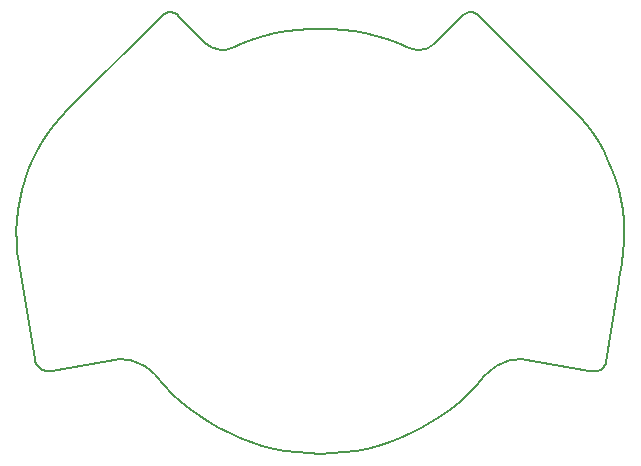
<source format=gm1>
%TF.GenerationSoftware,KiCad,Pcbnew,(6.0.1)*%
%TF.CreationDate,2022-01-25T15:54:23+01:00*%
%TF.ProjectId,v0_miniAB_batboard,76305f6d-696e-4694-9142-5f626174626f,rev?*%
%TF.SameCoordinates,Original*%
%TF.FileFunction,Profile,NP*%
%FSLAX46Y46*%
G04 Gerber Fmt 4.6, Leading zero omitted, Abs format (unit mm)*
G04 Created by KiCad (PCBNEW (6.0.1)) date 2022-01-25 15:54:23*
%MOMM*%
%LPD*%
G01*
G04 APERTURE LIST*
%TA.AperFunction,Profile*%
%ADD10C,0.200000*%
%TD*%
G04 APERTURE END LIST*
D10*
X103911834Y-82401619D02*
X102969028Y-82224177D01*
X76387470Y-110771757D02*
X76438805Y-110808068D01*
X94258689Y-117017922D02*
X95199036Y-117312793D01*
X87714623Y-80667351D02*
X87668519Y-80652479D01*
X87934038Y-80776032D02*
X87891932Y-80749720D01*
X95199036Y-117312793D02*
X96156164Y-117556207D01*
X108467920Y-83797836D02*
X108317883Y-83796620D01*
X123672433Y-110947499D02*
X123715290Y-110929890D01*
X124311699Y-110196069D02*
X125311699Y-103996049D01*
X76125924Y-92387387D02*
X75735343Y-93179196D01*
X76338283Y-110733051D02*
X76387470Y-110771757D01*
X86887103Y-112207131D02*
X87584675Y-112921856D01*
X114808568Y-110705064D02*
X114631489Y-110834710D01*
X97254377Y-82224177D02*
X96311571Y-82401619D01*
X97128034Y-117747203D02*
X98112606Y-117884818D01*
X113336302Y-112207131D02*
X113996705Y-111450563D01*
X76717191Y-110947090D02*
X76776111Y-110966029D01*
X121453301Y-88810670D02*
X121453301Y-88810670D01*
X74419896Y-98278155D02*
X74513166Y-97398027D01*
X85231309Y-110585571D02*
X85414835Y-110705064D01*
X86676705Y-80904161D02*
X78770104Y-88810670D01*
X88053599Y-80868696D02*
X88014960Y-80835520D01*
X123206200Y-111011369D02*
X123255021Y-111014816D01*
X76896252Y-110994865D02*
X76957239Y-111004716D01*
X121453301Y-88810670D02*
X113546700Y-80904161D01*
X86226700Y-111450563D02*
X86079939Y-111282436D01*
X92070000Y-83784082D02*
X91606143Y-83787844D01*
X96311571Y-82401619D02*
X95377026Y-82629759D01*
X124191743Y-110507235D02*
X124214592Y-110466205D01*
X124167148Y-110547009D02*
X124191743Y-110507235D01*
X122646359Y-90155980D02*
X122071917Y-89467610D01*
X109194801Y-83638145D02*
X109054678Y-83691796D01*
X92436491Y-116277653D02*
X93337160Y-116672554D01*
X75923983Y-110057742D02*
X75939319Y-110118431D01*
X87192806Y-80629599D02*
X87145724Y-80639895D01*
X112289367Y-80776032D02*
X112331473Y-80749720D01*
X122971970Y-111009095D02*
X122925435Y-111003294D01*
X76246617Y-110648863D02*
X76291311Y-110692053D01*
X112208445Y-80835520D02*
X112169806Y-80868696D01*
X87335831Y-80612439D02*
X87287949Y-80615871D01*
X87527360Y-80621591D02*
X87479655Y-80615871D01*
X86792531Y-80804632D02*
X86752649Y-80835520D01*
X115376675Y-110377902D02*
X115181614Y-110476446D01*
X124083470Y-110658353D02*
X124112952Y-110622611D01*
X125768083Y-100951163D02*
X125833149Y-100056951D01*
X112169806Y-80868696D02*
X112132500Y-80904161D01*
X123159327Y-111014485D02*
X123206200Y-111011369D01*
X77328595Y-110998499D02*
X77390297Y-110986367D01*
X123065513Y-111015357D02*
X123018681Y-111013116D01*
X122833108Y-110986367D02*
X117082306Y-109996064D01*
X74574608Y-101845613D02*
X74574608Y-101845613D01*
X100111702Y-81996038D02*
X99156507Y-82021386D01*
X77266643Y-111007424D02*
X77328595Y-110998499D01*
X77142458Y-111015740D02*
X77204558Y-111013163D01*
X102110799Y-117884818D02*
X103095371Y-117747203D01*
X85231309Y-110585571D02*
X85041788Y-110476446D01*
X123351610Y-111014849D02*
X123399261Y-111011522D01*
X76563546Y-91618097D02*
X77047492Y-90873552D01*
X85414835Y-110705064D02*
X85591914Y-110834710D01*
X105024369Y-117312793D02*
X105964716Y-117017922D01*
X103095371Y-117747203D02*
X104067241Y-117556207D01*
X100111702Y-117996064D02*
X100111702Y-117996064D01*
X87099086Y-80652479D02*
X87052982Y-80667351D01*
X123538929Y-110988691D02*
X123584194Y-110976943D01*
X87760106Y-80684511D02*
X87714623Y-80667351D01*
X112935456Y-80615871D02*
X112983161Y-80621591D01*
X124020033Y-110725500D02*
X124052477Y-110692664D01*
X85041788Y-110476446D02*
X84846726Y-110377902D01*
X87479655Y-80615871D02*
X87431773Y-80612439D01*
X76776111Y-110966029D02*
X76835837Y-110981961D01*
X124311699Y-110196069D02*
X124311699Y-110196069D01*
X108018300Y-83760103D02*
X107870042Y-83724569D01*
X102020028Y-82097433D02*
X101066898Y-82021386D01*
X109331009Y-83573869D02*
X109194801Y-83638145D01*
X123914578Y-110814728D02*
X123951024Y-110786576D01*
X117082306Y-109996064D02*
X117082306Y-109996064D01*
X75939319Y-110118431D02*
X75957648Y-110178030D01*
X123584194Y-110976943D02*
X123628715Y-110963197D01*
X123255021Y-111014816D02*
X123303510Y-111015961D01*
X112248328Y-80804632D02*
X112208445Y-80835520D01*
X76491929Y-110841708D02*
X76546448Y-110872453D01*
X125368950Y-103617122D02*
X125395429Y-103427350D01*
X76003030Y-110293561D02*
X76029951Y-110349291D01*
X125803509Y-98278155D02*
X125710238Y-97398027D01*
X117082306Y-109996064D02*
X117082306Y-109996064D01*
X76835837Y-110981961D02*
X76896252Y-110994865D01*
X74390259Y-100056951D02*
X74378688Y-99165206D01*
X86833569Y-80776032D02*
X86792531Y-80804632D01*
X106886245Y-116672554D02*
X107786914Y-116277653D01*
X124235635Y-110423962D02*
X124254814Y-110380549D01*
X86875674Y-80749720D02*
X86833569Y-80776032D01*
X83804150Y-110051361D02*
X83585353Y-110020783D01*
X75957648Y-110178030D02*
X75978907Y-110236440D01*
X124287340Y-110290387D02*
X124300570Y-110243726D01*
X86676705Y-80904161D02*
X86676705Y-80904161D01*
X89880020Y-114805355D02*
X90705881Y-115343092D01*
X124097480Y-92387387D02*
X123659858Y-91618097D01*
X114631489Y-110834710D02*
X114461311Y-110974296D01*
X107723665Y-83677361D02*
X107651382Y-83649343D01*
X93337160Y-116672554D02*
X94258689Y-117017922D01*
X117082306Y-109996064D02*
X117082306Y-109996064D01*
X94452806Y-82908596D02*
X93540976Y-83238131D01*
X88014960Y-80835520D02*
X87975076Y-80804632D01*
X85591914Y-110834710D02*
X85762094Y-110974296D01*
X87804878Y-80703959D02*
X87760106Y-80684511D01*
X86226700Y-111450563D02*
X86226700Y-111450563D01*
X74574608Y-101845613D02*
X75911706Y-109996064D01*
X112839603Y-80611295D02*
X112887574Y-80612439D01*
X109767612Y-83266926D02*
X109709705Y-83318466D01*
X87007499Y-80684511D02*
X86962728Y-80703959D01*
X86714010Y-80868696D02*
X86676705Y-80904161D01*
X75911706Y-109996064D02*
X75923983Y-110057742D01*
X125125227Y-94821454D02*
X124830882Y-93991294D01*
X87145724Y-80639895D02*
X87099086Y-80652479D01*
X76164326Y-110556304D02*
X76204267Y-110603580D01*
X116638052Y-110020783D02*
X116859221Y-110002280D01*
X116638045Y-110020783D02*
X116419248Y-110051361D01*
X115781610Y-110213409D02*
X115576825Y-110290152D01*
X76204267Y-110603580D02*
X76246617Y-110648863D01*
X123399261Y-111011522D02*
X123446404Y-111006025D01*
X105770599Y-82908596D02*
X104846379Y-82629759D01*
X112554886Y-80652479D02*
X112601525Y-80639895D01*
X112508782Y-80667351D02*
X112463299Y-80684511D01*
X125420502Y-103237382D02*
X125420502Y-103237382D01*
X98203377Y-82097433D02*
X97254377Y-82224177D01*
X78151488Y-89467610D02*
X78770104Y-88810670D01*
X125311699Y-103996049D02*
X125341047Y-103806691D01*
X76291311Y-110692053D02*
X76338283Y-110733051D01*
X87891932Y-80749720D02*
X87848849Y-80725696D01*
X113470756Y-80835520D02*
X113509395Y-80868696D01*
X84020124Y-110093800D02*
X84232822Y-110147888D01*
X95377026Y-82629759D02*
X94452806Y-82908596D01*
X113170423Y-80667351D02*
X113215906Y-80684511D01*
X122879130Y-110995718D02*
X122833108Y-110986367D01*
X123951024Y-110786576D02*
X123986195Y-110756819D01*
X76602242Y-110900279D02*
X76659196Y-110925166D01*
X112648607Y-80629599D02*
X112696045Y-80621591D01*
X87052982Y-80667351D02*
X87007499Y-80684511D01*
X123876916Y-110841232D02*
X123914578Y-110814728D01*
X123446404Y-111006025D02*
X123492979Y-110998400D01*
X108617262Y-83787844D02*
X108467920Y-83797836D01*
X112508782Y-80667351D02*
X112554886Y-80652479D01*
X114461311Y-110974296D02*
X114298485Y-111123609D01*
X112289367Y-80776032D02*
X112248328Y-80804632D01*
X87848849Y-80725696D02*
X87804878Y-80703959D01*
X87383802Y-80611295D02*
X87335831Y-80612439D01*
X75978907Y-110236440D02*
X76003030Y-110293561D01*
X76438805Y-110808068D02*
X76491929Y-110841708D01*
X124052477Y-110692664D02*
X124083470Y-110658353D01*
X109462658Y-83499086D02*
X109331009Y-83573869D01*
X125420502Y-103237382D02*
X125648804Y-101845613D01*
X104846379Y-82629759D02*
X103911834Y-82401619D01*
X84020124Y-110093800D02*
X83804150Y-110051361D01*
X87287949Y-80615871D02*
X87240244Y-80621591D01*
X93540976Y-83238131D02*
X92643601Y-83618364D01*
X102969028Y-82224177D02*
X102020028Y-82097433D01*
X87574798Y-80629599D02*
X87527360Y-80621591D01*
X101115563Y-117968093D02*
X102110799Y-117884818D01*
X75392521Y-93991294D02*
X75098176Y-94821454D01*
X76126859Y-110507138D02*
X76164326Y-110556304D01*
X75735343Y-93179196D02*
X75392521Y-93991294D01*
X124272068Y-110336009D02*
X124287340Y-110290387D01*
X113304648Y-80725696D02*
X113347731Y-80749720D01*
X83585353Y-110020783D02*
X83364184Y-110002280D01*
X125833149Y-100056951D02*
X125844718Y-99165206D01*
X96156164Y-117556207D02*
X97128034Y-117747203D01*
X125311699Y-103996049D02*
X125311699Y-103996049D01*
X111906027Y-113593776D02*
X112638730Y-112921856D01*
X74574608Y-101845613D02*
X74455327Y-100951163D01*
X115990577Y-110147888D02*
X115781610Y-110213409D01*
X113260677Y-80703959D02*
X113304648Y-80725696D01*
X88090905Y-80904161D02*
X88053599Y-80868696D01*
X77047492Y-90873552D02*
X77577045Y-90155980D01*
X112696045Y-80621591D02*
X112743750Y-80615871D01*
X99156507Y-82021386D02*
X98203377Y-82097433D01*
X111140232Y-114221929D02*
X111906027Y-113593776D01*
X101066898Y-82021386D02*
X100111702Y-81996038D01*
X108911285Y-83734708D02*
X108765265Y-83766763D01*
X114992094Y-110585571D02*
X114808568Y-110705064D01*
X87621880Y-80639895D02*
X87574798Y-80629599D01*
X87975076Y-80804632D02*
X87934038Y-80776032D01*
X112601525Y-80639895D02*
X112648607Y-80629599D01*
X76029951Y-110349291D02*
X76059607Y-110403531D01*
X115181614Y-110476446D02*
X114992094Y-110585571D01*
X113430874Y-80804632D02*
X113470756Y-80835520D01*
X112743750Y-80615871D02*
X112791632Y-80612439D01*
X109589105Y-83413913D02*
X109462658Y-83499086D01*
X86752649Y-80835520D02*
X86714010Y-80868696D01*
X86918757Y-80725696D02*
X86875674Y-80749720D01*
X86226700Y-111450563D02*
X86887103Y-112207131D01*
X112791632Y-80612439D02*
X112839603Y-80611295D01*
X100111702Y-117996064D02*
X101115563Y-117968093D01*
X125370380Y-95667448D02*
X125125227Y-94821454D01*
X123986195Y-110756819D02*
X124020033Y-110725500D01*
X123659858Y-91618097D02*
X123175912Y-90873552D01*
X99107842Y-117968093D02*
X100111702Y-117996064D01*
X85762094Y-110974296D02*
X85924920Y-111123609D01*
X77204558Y-111013163D02*
X77266643Y-111007424D01*
X125648804Y-101845613D02*
X125768083Y-100951163D01*
X112418527Y-80703959D02*
X112463299Y-80684511D01*
X113347731Y-80749720D02*
X113389836Y-80776032D01*
X109823815Y-83212861D02*
X109767612Y-83266926D01*
X109054678Y-83691796D02*
X108911285Y-83734708D01*
X106682429Y-83238131D02*
X105770599Y-82908596D01*
X100111702Y-117996064D02*
X100111702Y-117996064D01*
X123757225Y-110910416D02*
X123798181Y-110889119D01*
X122071917Y-89467610D02*
X121453301Y-88810670D01*
X113124319Y-80652479D02*
X113170423Y-80667351D01*
X123159327Y-111014485D02*
X123112413Y-111015814D01*
X108317883Y-83796620D02*
X108167795Y-83784082D01*
X76957239Y-111004716D02*
X77018681Y-111011494D01*
X85924920Y-111123609D02*
X86079939Y-111282436D01*
X113509395Y-80868696D02*
X113546700Y-80904161D01*
X83364184Y-110002280D02*
X83141099Y-109996064D01*
X74513166Y-97398027D02*
X74657780Y-96527049D01*
X112638730Y-112921856D02*
X113336302Y-112207131D01*
X88317378Y-113593776D02*
X89083172Y-114221929D01*
X125844718Y-99165206D02*
X125803509Y-98278155D01*
X84646576Y-110290152D02*
X84846726Y-110377902D01*
X110343385Y-114805355D02*
X111140232Y-114221929D01*
X112331473Y-80749720D02*
X112374556Y-80725696D01*
X113077681Y-80639895D02*
X113124319Y-80652479D01*
X124488060Y-93179196D02*
X124097480Y-92387387D01*
X78151488Y-89467610D02*
X77577045Y-90155980D01*
X124830882Y-93991294D02*
X124488060Y-93179196D01*
X87584675Y-112921856D02*
X88317378Y-113593776D01*
X76091931Y-110456180D02*
X76126859Y-110507138D01*
X84441790Y-110213409D02*
X84646576Y-110290152D01*
X125710238Y-97398027D02*
X125565623Y-96527049D01*
X112887574Y-80612439D02*
X112935456Y-80615871D01*
X125395429Y-103427350D02*
X125420502Y-103237382D01*
X124112952Y-110622611D02*
X124140864Y-110585482D01*
X113996705Y-111450563D02*
X113996705Y-111450563D01*
X91606143Y-83787844D02*
X91458140Y-83766763D01*
X122925435Y-111003294D02*
X122879130Y-110995718D01*
X123303510Y-111015961D02*
X123351610Y-111014849D01*
X112132500Y-80904161D02*
X109823815Y-83212861D01*
X114143465Y-111282436D02*
X113996705Y-111450563D01*
X113030599Y-80629599D02*
X113077681Y-80639895D01*
X91028604Y-83638145D02*
X91458140Y-83766763D01*
X124214592Y-110466205D02*
X124235635Y-110423962D01*
X87431773Y-80612439D02*
X87383802Y-80611295D01*
X84232822Y-110147888D02*
X84441790Y-110213409D01*
X113996705Y-111450563D02*
X113996705Y-111450563D01*
X123492979Y-110998400D02*
X123538929Y-110988691D01*
X124254814Y-110380549D02*
X124272068Y-110336009D01*
X125341047Y-103806691D02*
X125368950Y-103617122D01*
X108765265Y-83766763D02*
X108617262Y-83787844D01*
X78770104Y-88810670D02*
X78770104Y-88810670D01*
X123628715Y-110963197D02*
X123672433Y-110947499D01*
X90892396Y-83573869D02*
X90634300Y-83413913D01*
X76125924Y-92387387D02*
X76563546Y-91618097D01*
X114298485Y-111123609D02*
X114143465Y-111282436D01*
X77390297Y-110986367D02*
X83141099Y-109996064D01*
X77080460Y-111015176D02*
X77142458Y-111015740D01*
X74378688Y-99165206D02*
X74419896Y-98278155D01*
X108167795Y-83784082D02*
X108018300Y-83760103D01*
X112983161Y-80621591D02*
X113030599Y-80629599D01*
X107870042Y-83724569D02*
X107723665Y-83677361D01*
X90634300Y-83413913D02*
X90513700Y-83318466D01*
X90455793Y-83266926D02*
X88090905Y-80904161D01*
X107651382Y-83649343D02*
X107579812Y-83618364D01*
X109517524Y-115343092D02*
X110343385Y-114805355D01*
X91028604Y-83638145D02*
X90892396Y-83573869D01*
X116419248Y-110051361D02*
X116203274Y-110093800D01*
X116203274Y-110093800D02*
X115990577Y-110147888D01*
X115576825Y-110290152D02*
X115376675Y-110377902D01*
X109823815Y-83212861D02*
X109823815Y-83212861D01*
X74657780Y-96527049D02*
X74853023Y-95667448D01*
X90705881Y-115343092D02*
X91558718Y-115834178D01*
X117082299Y-109996064D02*
X116859213Y-110002280D01*
X76659196Y-110925166D02*
X76717191Y-110947090D01*
X104067241Y-117556207D02*
X105024369Y-117312793D01*
X123715290Y-110929890D02*
X123757225Y-110910416D01*
X109709705Y-83318466D02*
X109589105Y-83413913D01*
X112418527Y-80703959D02*
X112374556Y-80725696D01*
X125565623Y-96527049D02*
X125370380Y-95667448D01*
X92643601Y-83618364D02*
X92070000Y-83784082D01*
X113215906Y-80684511D02*
X113260677Y-80703959D01*
X124140864Y-110585482D02*
X124167148Y-110547009D01*
X122971970Y-111009095D02*
X123018681Y-111013116D01*
X123798181Y-110889119D02*
X123838097Y-110866043D01*
X91558718Y-115834178D02*
X92436491Y-116277653D01*
X98112606Y-117884818D02*
X99107842Y-117968093D01*
X74455327Y-100951163D02*
X74390259Y-100056951D01*
X123112413Y-111015814D02*
X123065513Y-111015357D01*
X107579804Y-83618364D02*
X106682429Y-83238131D01*
X108664687Y-115834178D02*
X109517524Y-115343092D01*
X113996705Y-111450563D02*
X113996705Y-111450563D01*
X107786914Y-116277653D02*
X108664687Y-115834178D01*
X105964716Y-117017922D02*
X106886245Y-116672554D01*
X90455793Y-83266926D02*
X90513700Y-83318466D01*
X76546448Y-110872453D02*
X76602242Y-110900279D01*
X75098176Y-94821454D02*
X74853023Y-95667448D01*
X123175912Y-90873552D02*
X122646359Y-90155980D01*
X76059607Y-110403531D02*
X76091931Y-110456180D01*
X113389836Y-80776032D02*
X113430874Y-80804632D01*
X124300570Y-110243726D02*
X124311699Y-110196069D01*
X89083172Y-114221929D02*
X89880020Y-114805355D01*
X87668519Y-80652479D02*
X87621880Y-80639895D01*
X87240244Y-80621591D02*
X87192806Y-80629599D01*
X123838097Y-110866043D02*
X123876916Y-110841232D01*
X77018681Y-111011494D02*
X77080460Y-111015176D01*
X86962728Y-80703959D02*
X86918757Y-80725696D01*
M02*

</source>
